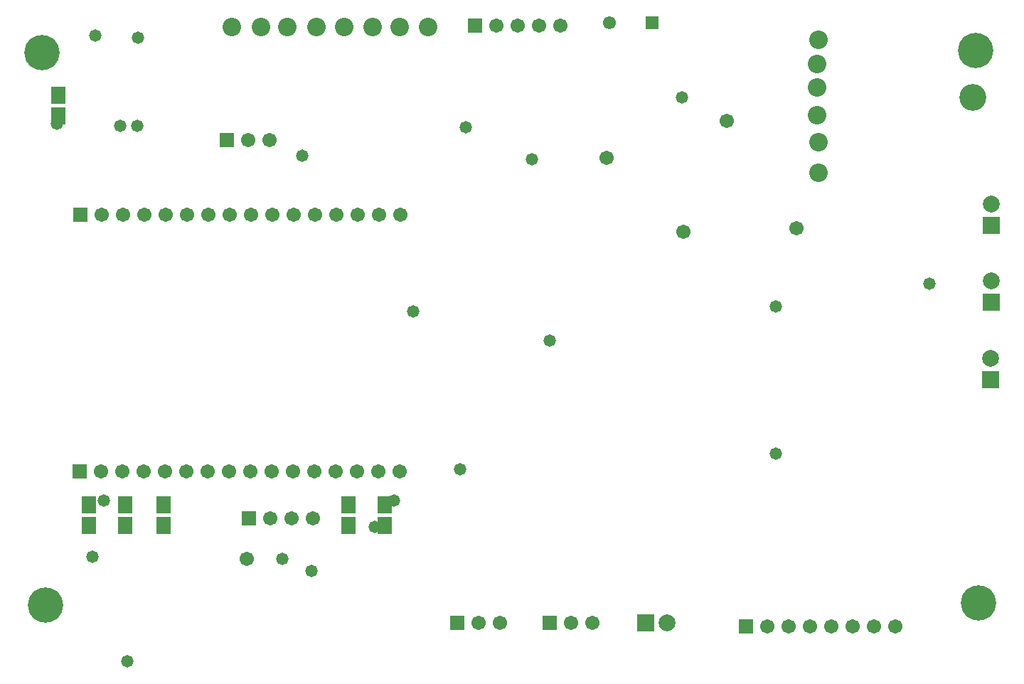
<source format=gts>
%FSTAX23Y23*%
%MOIN*%
%SFA1B1*%

%IPPOS*%
%ADD14R,0.067055X0.078866*%
%ADD15C,0.067055*%
%ADD16R,0.067055X0.067055*%
%ADD17C,0.078866*%
%ADD18R,0.078866X0.078866*%
%ADD19R,0.061149X0.061149*%
%ADD20C,0.061149*%
%ADD21R,0.078866X0.078866*%
%ADD22C,0.086740*%
%ADD23C,0.058000*%
%ADD24C,0.126110*%
%ADD25C,0.165480*%
%LNbinbot_board_ver4-1*%
%LPD*%
G54D14*
X00696Y-02347D03*
Y-02442D03*
X01561Y-02347D03*
Y-02442D03*
X01731Y-02347D03*
Y-02442D03*
X00516D03*
Y-02347D03*
X00346Y-02442D03*
Y-02347D03*
X00201Y-00522D03*
Y-00427D03*
G54D15*
X01806Y-00985D03*
X01706D03*
X01606D03*
X01506D03*
X01406D03*
X01306D03*
X01206D03*
X01106D03*
X01006D03*
X00906D03*
X00806D03*
X00706D03*
X00606D03*
X00506D03*
X00406D03*
X03525Y-02915D03*
X03625D03*
X03725D03*
X03825D03*
X03925D03*
X04025D03*
X04125D03*
X0109Y-00635D03*
X0119D03*
X02605Y-029D03*
X02705D03*
X0217D03*
X0227D03*
X01395Y-0241D03*
X01295D03*
X01195D03*
X02255Y-001D03*
X02355D03*
X02455D03*
X02555D03*
X01801Y-0219D03*
X01701D03*
X01601D03*
X01501D03*
X01401D03*
X01301D03*
X01201D03*
X01101D03*
X01001D03*
X00901D03*
X00801D03*
X00701D03*
X00601D03*
X00501D03*
X00401D03*
X0313Y-01065D03*
D03*
X01085Y-026D03*
X03335Y-00545D03*
X0366Y-0105D03*
X0277Y-0072D03*
G54D16*
X00306Y-00985D03*
X03425Y-02915D03*
X0099Y-00635D03*
X02505Y-029D03*
X0207D03*
X01095Y-0241D03*
X02155Y-001D03*
X00301Y-0219D03*
G54D17*
X03055Y-029D03*
X04576Y-00935D03*
Y-01295D03*
X04571Y-0166D03*
G54D18*
X02955Y-029D03*
G54D19*
X02983Y-00085D03*
G54D20*
X02786Y-00085D03*
G54D21*
X04576Y-01035D03*
Y-01395D03*
X04571Y-0176D03*
G54D22*
X018Y-00105D03*
X01015D03*
X0115D03*
X01935D03*
X0154D03*
X01675D03*
X0141D03*
X01275D03*
X03765Y-0079D03*
Y-00645D03*
X03759Y-0052D03*
Y-0039D03*
Y-0028D03*
X03764Y-00165D03*
G54D23*
X02085Y-0218D03*
X02505Y-01575D03*
X01865Y-01439D03*
X01345Y-0071D03*
X0242Y-00725D03*
X0211Y-00575D03*
X04285Y-0131D03*
X00574Y-00155D03*
X00375Y-00145D03*
X03125Y-00435D03*
X03565Y-02105D03*
X01388Y-02655D03*
X0125Y-026D03*
X00525Y-0308D03*
X00361Y-0259D03*
X00571Y-0057D03*
X0049D03*
X03563Y-01414D03*
X00195Y-0056D03*
X01776Y-02325D03*
X01685Y-0245D03*
X00416Y-02325D03*
G54D24*
X04489Y-00435D03*
G54D25*
X00125Y-00224D03*
X045Y-00214D03*
X04516Y-02805D03*
X00141Y-02815D03*
M02*
</source>
